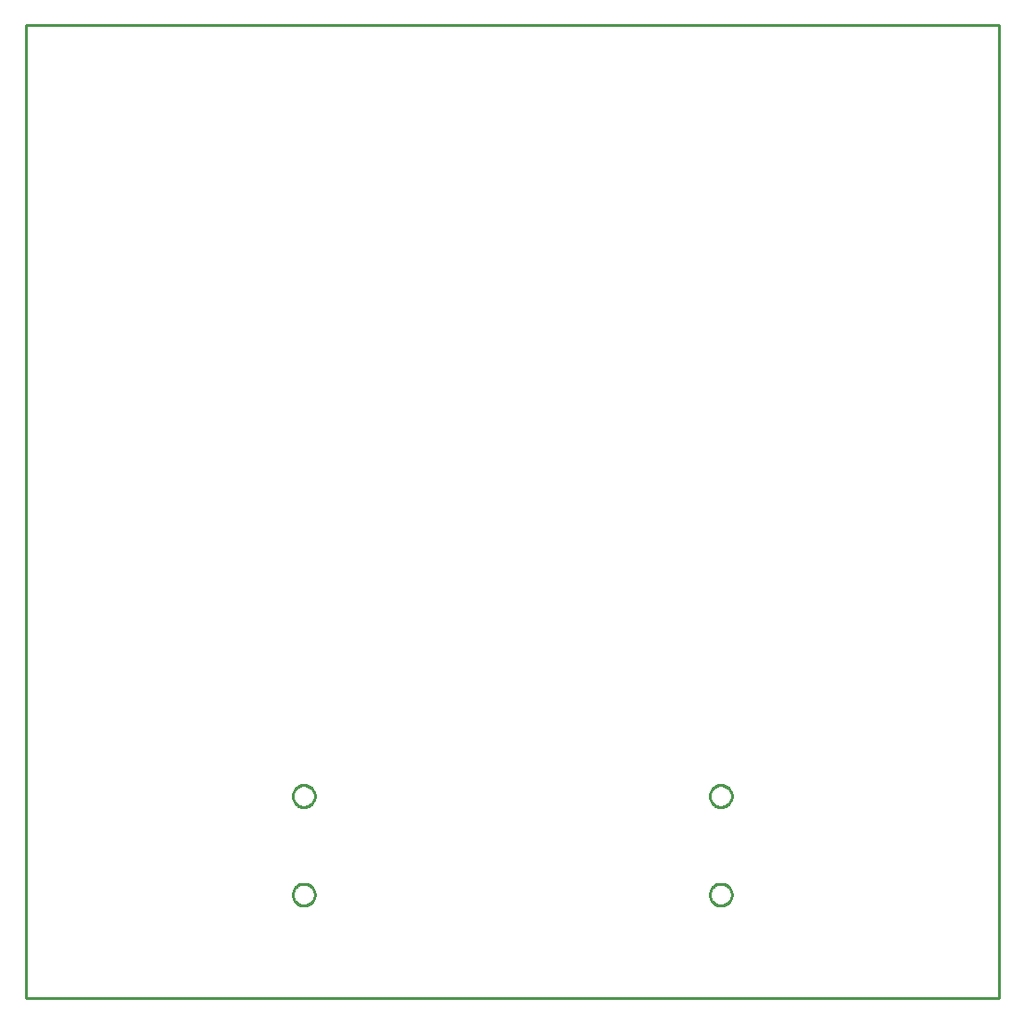
<source format=gbr>
G04 EAGLE Gerber X2 export*
%TF.Part,Single*%
%TF.FileFunction,Profile,NP*%
%TF.FilePolarity,Positive*%
%TF.GenerationSoftware,Autodesk,EAGLE,8.7.0*%
%TF.CreationDate,2018-04-04T18:07:55Z*%
G75*
%MOMM*%
%FSLAX34Y34*%
%LPD*%
%AMOC8*
5,1,8,0,0,1.08239X$1,22.5*%
G01*
%ADD10C,0.254000*%


D10*
X0Y0D02*
X889000Y0D01*
X889000Y889000D01*
X0Y889000D01*
X0Y0D01*
X645000Y184263D02*
X644924Y183394D01*
X644772Y182534D01*
X644546Y181690D01*
X644248Y180870D01*
X643879Y180078D01*
X643442Y179322D01*
X642941Y178607D01*
X642380Y177938D01*
X641762Y177320D01*
X641093Y176759D01*
X640378Y176258D01*
X639622Y175821D01*
X638830Y175452D01*
X638010Y175154D01*
X637166Y174928D01*
X636307Y174776D01*
X635437Y174700D01*
X634563Y174700D01*
X633694Y174776D01*
X632834Y174928D01*
X631990Y175154D01*
X631170Y175452D01*
X630378Y175821D01*
X629622Y176258D01*
X628907Y176759D01*
X628238Y177320D01*
X627620Y177938D01*
X627059Y178607D01*
X626558Y179322D01*
X626121Y180078D01*
X625752Y180870D01*
X625454Y181690D01*
X625228Y182534D01*
X625076Y183394D01*
X625000Y184263D01*
X625000Y185137D01*
X625076Y186007D01*
X625228Y186866D01*
X625454Y187710D01*
X625752Y188530D01*
X626121Y189322D01*
X626558Y190078D01*
X627059Y190793D01*
X627620Y191462D01*
X628238Y192080D01*
X628907Y192641D01*
X629622Y193142D01*
X630378Y193579D01*
X631170Y193948D01*
X631990Y194246D01*
X632834Y194472D01*
X633694Y194624D01*
X634563Y194700D01*
X635437Y194700D01*
X636307Y194624D01*
X637166Y194472D01*
X638010Y194246D01*
X638830Y193948D01*
X639622Y193579D01*
X640378Y193142D01*
X641093Y192641D01*
X641762Y192080D01*
X642380Y191462D01*
X642941Y190793D01*
X643442Y190078D01*
X643879Y189322D01*
X644248Y188530D01*
X644546Y187710D01*
X644772Y186866D01*
X644924Y186007D01*
X645000Y185137D01*
X645000Y184263D01*
X645000Y94263D02*
X644924Y93394D01*
X644772Y92534D01*
X644546Y91690D01*
X644248Y90870D01*
X643879Y90078D01*
X643442Y89322D01*
X642941Y88607D01*
X642380Y87938D01*
X641762Y87320D01*
X641093Y86759D01*
X640378Y86258D01*
X639622Y85821D01*
X638830Y85452D01*
X638010Y85154D01*
X637166Y84928D01*
X636307Y84776D01*
X635437Y84700D01*
X634563Y84700D01*
X633694Y84776D01*
X632834Y84928D01*
X631990Y85154D01*
X631170Y85452D01*
X630378Y85821D01*
X629622Y86258D01*
X628907Y86759D01*
X628238Y87320D01*
X627620Y87938D01*
X627059Y88607D01*
X626558Y89322D01*
X626121Y90078D01*
X625752Y90870D01*
X625454Y91690D01*
X625228Y92534D01*
X625076Y93394D01*
X625000Y94263D01*
X625000Y95137D01*
X625076Y96007D01*
X625228Y96866D01*
X625454Y97710D01*
X625752Y98530D01*
X626121Y99322D01*
X626558Y100078D01*
X627059Y100793D01*
X627620Y101462D01*
X628238Y102080D01*
X628907Y102641D01*
X629622Y103142D01*
X630378Y103579D01*
X631170Y103948D01*
X631990Y104246D01*
X632834Y104472D01*
X633694Y104624D01*
X634563Y104700D01*
X635437Y104700D01*
X636307Y104624D01*
X637166Y104472D01*
X638010Y104246D01*
X638830Y103948D01*
X639622Y103579D01*
X640378Y103142D01*
X641093Y102641D01*
X641762Y102080D01*
X642380Y101462D01*
X642941Y100793D01*
X643442Y100078D01*
X643879Y99322D01*
X644248Y98530D01*
X644546Y97710D01*
X644772Y96866D01*
X644924Y96007D01*
X645000Y95137D01*
X645000Y94263D01*
X264000Y184263D02*
X263924Y183394D01*
X263772Y182534D01*
X263546Y181690D01*
X263248Y180870D01*
X262879Y180078D01*
X262442Y179322D01*
X261941Y178607D01*
X261380Y177938D01*
X260762Y177320D01*
X260093Y176759D01*
X259378Y176258D01*
X258622Y175821D01*
X257830Y175452D01*
X257010Y175154D01*
X256166Y174928D01*
X255307Y174776D01*
X254437Y174700D01*
X253563Y174700D01*
X252694Y174776D01*
X251834Y174928D01*
X250990Y175154D01*
X250170Y175452D01*
X249378Y175821D01*
X248622Y176258D01*
X247907Y176759D01*
X247238Y177320D01*
X246620Y177938D01*
X246059Y178607D01*
X245558Y179322D01*
X245121Y180078D01*
X244752Y180870D01*
X244454Y181690D01*
X244228Y182534D01*
X244076Y183394D01*
X244000Y184263D01*
X244000Y185137D01*
X244076Y186007D01*
X244228Y186866D01*
X244454Y187710D01*
X244752Y188530D01*
X245121Y189322D01*
X245558Y190078D01*
X246059Y190793D01*
X246620Y191462D01*
X247238Y192080D01*
X247907Y192641D01*
X248622Y193142D01*
X249378Y193579D01*
X250170Y193948D01*
X250990Y194246D01*
X251834Y194472D01*
X252694Y194624D01*
X253563Y194700D01*
X254437Y194700D01*
X255307Y194624D01*
X256166Y194472D01*
X257010Y194246D01*
X257830Y193948D01*
X258622Y193579D01*
X259378Y193142D01*
X260093Y192641D01*
X260762Y192080D01*
X261380Y191462D01*
X261941Y190793D01*
X262442Y190078D01*
X262879Y189322D01*
X263248Y188530D01*
X263546Y187710D01*
X263772Y186866D01*
X263924Y186007D01*
X264000Y185137D01*
X264000Y184263D01*
X264000Y94263D02*
X263924Y93394D01*
X263772Y92534D01*
X263546Y91690D01*
X263248Y90870D01*
X262879Y90078D01*
X262442Y89322D01*
X261941Y88607D01*
X261380Y87938D01*
X260762Y87320D01*
X260093Y86759D01*
X259378Y86258D01*
X258622Y85821D01*
X257830Y85452D01*
X257010Y85154D01*
X256166Y84928D01*
X255307Y84776D01*
X254437Y84700D01*
X253563Y84700D01*
X252694Y84776D01*
X251834Y84928D01*
X250990Y85154D01*
X250170Y85452D01*
X249378Y85821D01*
X248622Y86258D01*
X247907Y86759D01*
X247238Y87320D01*
X246620Y87938D01*
X246059Y88607D01*
X245558Y89322D01*
X245121Y90078D01*
X244752Y90870D01*
X244454Y91690D01*
X244228Y92534D01*
X244076Y93394D01*
X244000Y94263D01*
X244000Y95137D01*
X244076Y96007D01*
X244228Y96866D01*
X244454Y97710D01*
X244752Y98530D01*
X245121Y99322D01*
X245558Y100078D01*
X246059Y100793D01*
X246620Y101462D01*
X247238Y102080D01*
X247907Y102641D01*
X248622Y103142D01*
X249378Y103579D01*
X250170Y103948D01*
X250990Y104246D01*
X251834Y104472D01*
X252694Y104624D01*
X253563Y104700D01*
X254437Y104700D01*
X255307Y104624D01*
X256166Y104472D01*
X257010Y104246D01*
X257830Y103948D01*
X258622Y103579D01*
X259378Y103142D01*
X260093Y102641D01*
X260762Y102080D01*
X261380Y101462D01*
X261941Y100793D01*
X262442Y100078D01*
X262879Y99322D01*
X263248Y98530D01*
X263546Y97710D01*
X263772Y96866D01*
X263924Y96007D01*
X264000Y95137D01*
X264000Y94263D01*
M02*

</source>
